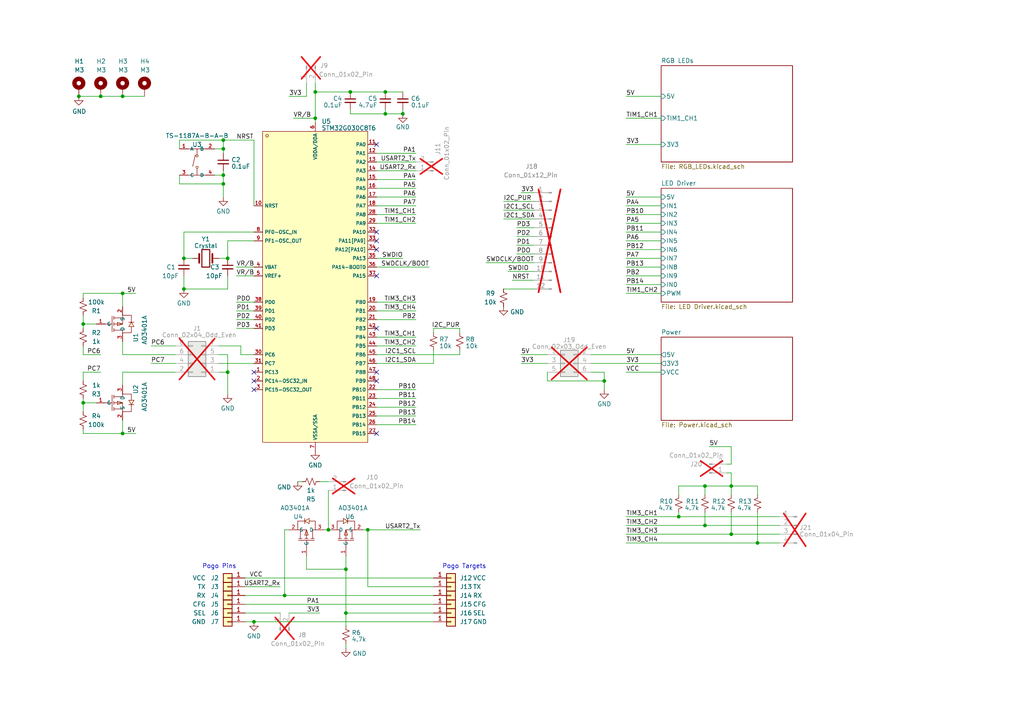
<source format=kicad_sch>
(kicad_sch (version 20230121) (generator eeschema)
  (paper "A4")
  (title_block (title "Retro Display Module") (date "2024-07-30") (rev "V0.01") (comment 1 "Author: Si Teng Wu") (comment 2 "EEE4022S Final Year Project"))
  (lib_symbols
    (symbol "Connector:Conn_01x02_Pin" (pin_names (offset 1.016) hide)
      (property "Reference" "J" (at 0 2.54 0))
      (property "Value" "Conn_01x02_Pin" (at 0 -5.08 0))
      (symbol "Conn_01x02_Pin_1_1"
        (polyline (pts (xy 1.27 -2.54) (xy 0.8636 -2.54)) (stroke (width 0.1524)))
        (polyline (pts (xy 1.27 0) (xy 0.8636 0)) (stroke (width 0.1524)))
        (rectangle (start 0.8636 -2.413) (end 0 -2.667) (stroke (width 0.1524)) (fill (type outline)))
        (rectangle (start 0.8636 0.127) (end 0 -0.127) (stroke (width 0.1524)) (fill (type outline)))
        (pin passive line (at 5.08 0 180) (length 3.81) (name "Pin_1") (number "1"))
        (pin passive line (at 5.08 -2.54 180) (length 3.81) (name "Pin_2") (number "2"))
      )
    )
    (symbol "Connector:Conn_01x04_Pin" (pin_names (offset 1.016) hide)
      (property "Reference" "J" (at 0 5.08 0))
      (property "Value" "Conn_01x04_Pin" (at 0 -7.62 0))
      (symbol "Conn_01x04_Pin_1_1"
        (polyline (pts (xy 1.27 -5.08) (xy 0.8636 -5.08)) (stroke (width 0.1524)))
        (polyline (pts (xy 1.27 -2.54) (xy 0.8636 -2.54)) (stroke (width 0.1524)))
        (polyline (pts (xy 1.27 0) (xy 0.8636 0)) (stroke (width 0.1524)))
        (polyline (pts (xy 1.27 2.54) (xy 0.8636 2.54)) (stroke (width 0.1524)))
        (rectangle (start 0.8636 -4.953) (end 0 -5.207) (stroke (width 0.1524)) (fill (type outline)))
        (rectangle (start 0.8636 -2.413) (end 0 -2.667) (stroke (width 0.1524)) (fill (type outline)))
        (rectangle (start 0.8636 0.127) (end 0 -0.127) (stroke (width 0.1524)) (fill (type outline)))
        (rectangle (start 0.8636 2.667) (end 0 2.413) (stroke (width 0.1524)) (fill (type outline)))
        (pin passive line (at 5.08 2.54 180) (length 3.81) (name "Pin_1") (number "1"))
        (pin passive line (at 5.08 0 180) (length 3.81) (name "Pin_2") (number "2"))
        (pin passive line (at 5.08 -2.54 180) (length 3.81) (name "Pin_3") (number "3"))
        (pin passive line (at 5.08 -5.08 180) (length 3.81) (name "Pin_4") (number "4"))
      )
    )
    (symbol "Connector:Conn_01x12_Pin" (pin_names (offset 1.016) hide)
      (property "Reference" "J" (at 0 15.24 0))
      (property "Value" "Conn_01x12_Pin" (at 0 -17.78 0))
      (symbol "Conn_01x12_Pin_1_1"
        (polyline (pts (xy 1.27 -15.24) (xy 0.8636 -15.24)) (stroke (width 0.1524)))
        (polyline (pts (xy 1.27 -12.7) (xy 0.8636 -12.7)) (stroke (width 0.1524)))
        (polyline (pts (xy 1.27 -10.16) (xy 0.8636 -10.16)) (stroke (width 0.1524)))
        (polyline (pts (xy 1.27 -7.62) (xy 0.8636 -7.62)) (stroke (width 0.1524)))
        (polyline (pts (xy 1.27 -5.08) (xy 0.8636 -5.08)) (stroke (width 0.1524)))
        (polyline (pts (xy 1.27 -2.54) (xy 0.8636 -2.54)) (stroke (width 0.1524)))
        (polyline (pts (xy 1.27 0) (xy 0.8636 0)) (stroke (width 0.1524)))
        (polyline (pts (xy 1.27 2.54) (xy 0.8636 2.54)) (stroke (width 0.1524)))
        (polyline (pts (xy 1.27 5.08) (xy 0.8636 5.08)) (stroke (width 0.1524)))
        (polyline (pts (xy 1.27 7.62) (xy 0.8636 7.62)) (stroke (width 0.1524)))
        (polyline (pts (xy 1.27 10.16) (xy 0.8636 10.16)) (stroke (width 0.1524)))
        (polyline (pts (xy 1.27 12.7) (xy 0.8636 12.7)) (stroke (width 0.1524)))
        (rectangle (start 0.8636 -15.113) (end 0 -15.367) (stroke (width 0.1524)) (fill (type outline)))
        (rectangle (start 0.8636 -12.573) (end 0 -12.827) (stroke (width 0.1524)) (fill (type outline)))
        (rectangle (start 0.8636 -10.033) (end 0 -10.287) (stroke (width 0.1524)) (fill (type outline)))
        (rectangle (start 0.8636 -7.493) (end 0 -7.747) (stroke (width 0.1524)) (fill (type outline)))
        (rectangle (start 0.8636 -4.953) (end 0 -5.207) (stroke (width 0.1524)) (fill (type outline)))
        (rectangle (start 0.8636 -2.413) (end 0 -2.667) (stroke (width 0.1524)) (fill (type outline)))
        (rectangle (start 0.8636 0.127) (end 0 -0.127) (stroke (width 0.1524)) (fill (type outline)))
        (rectangle (start 0.8636 2.667) (end 0 2.413) (stroke (width 0.1524)) (fill (type outline)))
        (rectangle (start 0.8636 5.207) (end 0 4.953) (stroke (width 0.1524)) (fill (type outline)))
        (rectangle (start 0.8636 7.747) (end 0 7.493) (stroke (width 0.1524)) (fill (type outline)))
        (rectangle (start 0.8636 10.287) (end 0 10.033) (stroke (width 0.1524)) (fill (type outline)))
        (rectangle (start 0.8636 12.827) (end 0 12.573) (stroke (width 0.1524)) (fill (type outline)))
        (pin passive line (at 5.08 12.7 180) (length 3.81) (name "Pin_1") (number "1"))
        (pin passive line (at 5.08 -10.16 180) (length 3.81) (name "Pin_10") (number "10"))
        (pin passive line (at 5.08 -12.7 180) (length 3.81) (name "Pin_11") (number "11"))
        (pin passive line (at 5.08 -15.24 180) (length 3.81) (name "Pin_12") (number "12"))
        (pin passive line (at 5.08 10.16 180) (length 3.81) (name "Pin_2") (number "2"))
        (pin passive line (at 5.08 7.62 180) (length 3.81) (name "Pin_3") (number "3"))
        (pin passive line (at 5.08 5.08 180) (length 3.81) (name "Pin_4") (number "4"))
        (pin passive line (at 5.08 2.54 180) (length 3.81) (name "Pin_5") (number "5"))
        (pin passive line (at 5.08 0 180) (length 3.81) (name "Pin_6") (number "6"))
        (pin passive line (at 5.08 -2.54 180) (length 3.81) (name "Pin_7") (number "7"))
        (pin passive line (at 5.08 -5.08 180) (length 3.81) (name "Pin_8") (number "8"))
        (pin passive line (at 5.08 -7.62 180) (length 3.81) (name "Pin_9") (number "9"))
      )
    )
    (symbol "Connector_Generic:Conn_01x01" (pin_names (offset 1.016) hide)
      (property "Reference" "J" (at 0 2.54 0))
      (property "Value" "Conn_01x01" (at 0 -2.54 0))
      (symbol "Conn_01x01_1_1"
        (rectangle (start -1.27 0.127) (end 0 -0.127) (stroke (width 0.1524)))
        (rectangle (start -1.27 1.27) (end 1.27 -1.27) (stroke (width 0.254)) (fill (type background)))
        (pin passive line (at -5.08 0 0) (length 3.81) (name "Pin_1") (number "1"))
      )
    )
    (symbol "Connector_Generic:Conn_02x03_Odd_Even" (pin_names (offset 1.016) hide)
      (property "Reference" "J" (at 1.27 5.08 0))
      (property "Value" "Conn_02x03_Odd_Even" (at 1.27 -5.08 0))
      (symbol "Conn_02x03_Odd_Even_1_1"
        (rectangle (start -1.27 -2.413) (end 0 -2.667) (stroke (width 0.1524)))
        (rectangle (start -1.27 0.127) (end 0 -0.127) (stroke (width 0.1524)))
        (rectangle (start -1.27 2.667) (end 0 2.413) (stroke (width 0.1524)))
        (rectangle (start -1.27 3.81) (end 3.81 -3.81) (stroke (width 0.254)) (fill (type background)))
        (rectangle (start 3.81 -2.413) (end 2.54 -2.667) (stroke (width 0.1524)))
        (rectangle (start 3.81 0.127) (end 2.54 -0.127) (stroke (width 0.1524)))
        (rectangle (start 3.81 2.667) (end 2.54 2.413) (stroke (width 0.1524)))
        (pin passive line (at -5.08 2.54 0) (length 3.81) (name "Pin_1") (number "1"))
        (pin passive line (at 7.62 2.54 180) (length 3.81) (name "Pin_2") (number "2"))
        (pin passive line (at -5.08 0 0) (length 3.81) (name "Pin_3") (number "3"))
        (pin passive line (at 7.62 0 180) (length 3.81) (name "Pin_4") (number "4"))
        (pin passive line (at -5.08 -2.54 0) (length 3.81) (name "Pin_5") (number "5"))
        (pin passive line (at 7.62 -2.54 180) (length 3.81) (name "Pin_6") (number "6"))
      )
    )
    (symbol "Connector_Generic:Conn_02x04_Odd_Even" (pin_names (offset 1.016) hide)
      (property "Reference" "J" (at 1.27 5.08 0))
      (property "Value" "Conn_02x04_Odd_Even" (at 1.27 -7.62 0))
      (symbol "Conn_02x04_Odd_Even_1_1"
        (rectangle (start -1.27 -4.953) (end 0 -5.207) (stroke (width 0.1524)))
        (rectangle (start -1.27 -2.413) (end 0 -2.667) (stroke (width 0.1524)))
        (rectangle (start -1.27 0.127) (end 0 -0.127) (stroke (width 0.1524)))
        (rectangle (start -1.27 2.667) (end 0 2.413) (stroke (width 0.1524)))
        (rectangle (start -1.27 3.81) (end 3.81 -6.35) (stroke (width 0.254)) (fill (type background)))
        (rectangle (start 3.81 -4.953) (end 2.54 -5.207) (stroke (width 0.1524)))
        (rectangle (start 3.81 -2.413) (end 2.54 -2.667) (stroke (width 0.1524)))
        (rectangle (start 3.81 0.127) (end 2.54 -0.127) (stroke (width 0.1524)))
        (rectangle (start 3.81 2.667) (end 2.54 2.413) (stroke (width 0.1524)))
        (pin passive line (at -5.08 2.54 0) (length 3.81) (name "Pin_1") (number "1"))
        (pin passive line (at 7.62 2.54 180) (length 3.81) (name "Pin_2") (number "2"))
        (pin passive line (at -5.08 0 0) (length 3.81) (name "Pin_3") (number "3"))
        (pin passive line (at 7.62 0 180) (length 3.81) (name "Pin_4") (number "4"))
        (pin passive line (at -5.08 -2.54 0) (length 3.81) (name "Pin_5") (number "5"))
        (pin passive line (at 7.62 -2.54 180) (length 3.81) (name "Pin_6") (number "6"))
        (pin passive line (at -5.08 -5.08 0) (length 3.81) (name "Pin_7") (number "7"))
        (pin passive line (at 7.62 -5.08 180) (length 3.81) (name "Pin_8") (number "8"))
      )
    )
    (symbol "Device:C_Small" (pin_numbers hide) (pin_names (offset 0.254) hide)
      (property "Reference" "C" (at 0.254 1.778 0))
      (property "Value" "C_Small" (at 0.254 -2.032 0))
      (symbol "C_Small_0_1"
        (polyline (pts (xy -1.524 -0.508) (xy 1.524 -0.508)) (stroke (width 0.3302)))
        (polyline (pts (xy -1.524 0.508) (xy 1.524 0.508)) (stroke (width 0.3048)))
      )
      (symbol "C_Small_1_1"
        (pin passive line (at 0 2.54 270) (length 2.032) (name "~") (number "1"))
        (pin passive line (at 0 -2.54 90) (length 2.032) (name "~") (number "2"))
      )
    )
    (symbol "Device:Crystal" (pin_numbers hide) (pin_names (offset 1.016) hide)
      (property "Reference" "Y" (at 0 3.81 0))
      (property "Value" "Crystal" (at 0 -3.81 0))
      (symbol "Crystal_0_1"
        (rectangle (start -1.143 2.54) (end 1.143 -2.54) (stroke (width 0.3048)))
        (polyline (pts (xy -2.54 0) (xy -1.905 0)))
        (polyline (pts (xy -1.905 -1.27) (xy -1.905 1.27)) (stroke (width 0.508)))
        (polyline (pts (xy 1.905 -1.27) (xy 1.905 1.27)) (stroke (width 0.508)))
        (polyline (pts (xy 2.54 0) (xy 1.905 0)))
      )
      (symbol "Crystal_1_1"
        (pin passive line (at -3.81 0 0) (length 1.27) (name "1") (number "1"))
        (pin passive line (at 3.81 0 180) (length 1.27) (name "2") (number "2"))
      )
    )
    (symbol "Device:R_Small_US" (pin_numbers hide) (pin_names (offset 0.254) hide)
      (property "Reference" "R" (at 0.762 0.508 0))
      (property "Value" "R_Small_US" (at 0.762 -1.016 0))
      (symbol "R_Small_US_1_1"
        (polyline (pts (xy 0 0) (xy 1.016 -0.381) (xy 0 -0.762) (xy -1.016 -1.143) (xy 0 -1.524)))
        (polyline (pts (xy 0 1.524) (xy 1.016 1.143) (xy 0 0.762) (xy -1.016 0.381) (xy 0 0)))
        (pin passive line (at 0 2.54 270) (length 1.016) (name "~") (number "1"))
        (pin passive line (at 0 -2.54 90) (length 1.016) (name "~") (number "2"))
      )
    )
    (symbol "EEE4022S:AO3401A"
      (property "Reference" "U" (at 0 1.27 0))
      (property "Value" "AO3401A" (at 0 -2.54 0))
      (symbol "AO3401A_0_1"
        (polyline (pts (xy -2.54 0) (xy -0.508 0)))
        (polyline (pts (xy -0.508 2.286) (xy -0.508 -2.286)))
        (polyline (pts (xy 0 -2.286) (xy 0 -1.27)))
        (polyline (pts (xy 0 -0.508) (xy 0 0.508)))
        (polyline (pts (xy 0 1.27) (xy 0 2.286)))
        (polyline (pts (xy 2.54 -1.778) (xy 0 -1.778)))
        (polyline (pts (xy 2.54 1.778) (xy 0 1.778)))
        (polyline (pts (xy 0 0) (xy 2.54 0) (xy 2.54 -2.54)))
        (polyline (pts (xy 2.54 -2.54) (xy 5.08 -2.54) (xy 5.08 -0.508)))
        (polyline (pts (xy 2.54 0) (xy 1.016 0.508) (xy 1.016 -0.508) (xy 2.54 0)) (fill (type background)))
        (polyline (pts (xy 2.54 1.778) (xy 2.54 2.54) (xy 5.08 2.54) (xy 5.08 0.762)))
        (polyline (pts (xy 5.08 -0.508) (xy 5.842 0.762) (xy 4.318 0.762) (xy 5.08 -0.508)) (fill (type background)))
        (polyline (pts (xy 5.842 -0.508) (xy 5.588 -0.508) (xy 4.572 -0.508) (xy 4.318 -0.508)))
        (pin unspecified line (at -5.08 0 0) (length 2.54) (name "G") (number "1"))
        (pin unspecified line (at 2.54 -5.08 90) (length 2.54) (name "S") (number "2"))
        (pin unspecified line (at 2.54 5.08 270) (length 2.54) (name "D") (number "3"))
      )
    )
    (symbol "EEE4022S:STM32G030C8T6"
      (property "Reference" "U1" (at 1.8209 48.603 0))
      (property "Value" "STM32G030C8T6" (at 1.8209 46.682 0))
      (symbol "STM32G030C8T6_0_1"
        (rectangle (start -15.24 45.72) (end 15.24 -44.45) (fill (type background)))
        (circle (center -13.97 44.45) (radius 0.381) (fill (type background)))
        (pin unspecified line (at -17.78 -24.13 0) (length 2.54) (name "PC13") (number "1"))
        (pin unspecified line (at -17.78 24.13 0) (length 2.54) (name "NRST") (number "10"))
        (pin unspecified line (at 17.78 41.91 180) (length 2.54) (name "PA0") (number "11"))
        (pin unspecified line (at 17.78 39.37 180) (length 2.54) (name "PA1") (number "12"))
        (pin unspecified line (at 17.78 36.83 180) (length 2.54) (name "PA2") (number "13"))
        (pin unspecified line (at 17.78 34.29 180) (length 2.54) (name "PA3") (number "14"))
        (pin unspecified line (at 17.78 31.75 180) (length 2.54) (name "PA4") (number "15"))
        (pin unspecified line (at 17.78 29.21 180) (length 2.54) (name "PA5") (number "16"))
        (pin unspecified line (at 17.78 26.67 180) (length 2.54) (name "PA6") (number "17"))
        (pin unspecified line (at 17.78 24.13 180) (length 2.54) (name "PA7") (number "18"))
        (pin unspecified line (at 17.78 -3.81 180) (length 2.54) (name "PB0") (number "19"))
        (pin unspecified line (at -17.78 -26.67 0) (length 2.54) (name "PC14-OSC32_IN") (number "2"))
        (pin unspecified line (at 17.78 -6.35 180) (length 2.54) (name "PB1") (number "20"))
        (pin unspecified line (at 17.78 -8.89 180) (length 2.54) (name "PB2") (number "21"))
        (pin unspecified line (at 17.78 -29.21 180) (length 2.54) (name "PB10") (number "22"))
        (pin unspecified line (at 17.78 -31.75 180) (length 2.54) (name "PB11") (number "23"))
        (pin unspecified line (at 17.78 -34.29 180) (length 2.54) (name "PB12") (number "24"))
        (pin unspecified line (at 17.78 -36.83 180) (length 2.54) (name "PB13") (number "25"))
        (pin unspecified line (at 17.78 -39.37 180) (length 2.54) (name "PB14") (number "26"))
        (pin unspecified line (at 17.78 -41.91 180) (length 2.54) (name "PB15") (number "27"))
        (pin unspecified line (at 17.78 21.59 180) (length 2.54) (name "PA8") (number "28"))
        (pin unspecified line (at 17.78 19.05 180) (length 2.54) (name "PA9") (number "29"))
        (pin unspecified line (at -17.78 -29.21 0) (length 2.54) (name "PC15-OSC32_OUT") (number "3"))
        (pin unspecified line (at -17.78 -19.05 0) (length 2.54) (name "PC6") (number "30"))
        (pin unspecified line (at -17.78 -21.59 0) (length 2.54) (name "PC7") (number "31"))
        (pin unspecified line (at 17.78 16.51 180) (length 2.54) (name "PA10") (number "32"))
        (pin unspecified line (at 17.78 13.97 180) (length 2.54) (name "PA11[PA9]") (number "33"))
        (pin unspecified line (at 17.78 11.43 180) (length 2.54) (name "PA12[PA10]") (number "34"))
        (pin unspecified line (at 17.78 8.89 180) (length 2.54) (name "PA13") (number "35"))
        (pin unspecified line (at 17.78 6.35 180) (length 2.54) (name "PA14-BOOT0") (number "36"))
        (pin unspecified line (at 17.78 3.81 180) (length 2.54) (name "PA15") (number "37"))
        (pin unspecified line (at -17.78 -3.81 0) (length 2.54) (name "PD0") (number "38"))
        (pin unspecified line (at -17.78 -6.35 0) (length 2.54) (name "PD1") (number "39"))
        (pin unspecified line (at -17.78 6.35 0) (length 2.54) (name "VBAT") (number "4"))
        (pin unspecified line (at -17.78 -8.89 0) (length 2.54) (name "PD2") (number "40"))
        (pin unspecified line (at -17.78 -11.43 0) (length 2.54) (name "PD3") (number "41"))
        (pin unspecified line (at 17.78 -11.43 180) (length 2.54) (name "PB3") (number "42"))
        (pin unspecified line (at 17.78 -13.97 180) (length 2.54) (name "PB4") (number "43"))
        (pin unspecified line (at 17.78 -16.51 180) (length 2.54) (name "PB5") (number "44"))
        (pin unspecified line (at 17.78 -19.05 180) (length 2.54) (name "PB6") (number "45"))
        (pin unspecified line (at 17.78 -21.59 180) (length 2.54) (name "PB7") (number "46"))
        (pin unspecified line (at 17.78 -24.13 180) (length 2.54) (name "PB8") (number "47"))
        (pin unspecified line (at 17.78 -26.67 180) (length 2.54) (name "PB9") (number "48"))
        (pin unspecified line (at -17.78 3.81 0) (length 2.54) (name "VREF+") (number "5"))
        (pin unspecified line (at 0 48.26 270) (length 2.54) (name "VDDA/DDA") (number "6"))
        (pin unspecified line (at 0 -46.99 90) (length 2.54) (name "VSSA/SSA") (number "7"))
        (pin unspecified line (at -17.78 16.51 0) (length 2.54) (name "PF0-OSC_IN") (number "8"))
        (pin unspecified line (at -17.78 13.97 0) (length 2.54) (name "PF1-OSC_OUT") (number "9"))
      )
    )
    (symbol "EEE4022S:TS-1187A-B-A-B"
      (property "Reference" "U" (at 0 1.27 0))
      (property "Value" "TS-1187A-B-A-B" (at 0 -2.54 0))
      (symbol "TS-1187A-B-A-B_0_1"
        (circle (center 0 -2.794) (radius 0.3175) (fill (type background)))
        (polyline (pts (xy -2.54 -5.08) (xy 2.54 -5.08)))
        (polyline (pts (xy -2.54 2.54) (xy 2.54 2.54)))
        (polyline (pts (xy -0.508 0.762) (xy -1.27 -2.54)))
        (polyline (pts (xy 0 -3.302) (xy 0 -5.08)))
        (polyline (pts (xy 0 0.762) (xy 0 2.54)))
        (circle (center 0 0.508) (radius 0.3175) (fill (type background)))
        (pin unspecified line (at -5.08 2.54 0) (length 2.54) (name "A") (number "1"))
        (pin unspecified line (at 5.08 2.54 180) (length 2.54) (name "B") (number "2"))
        (pin unspecified line (at -5.08 -5.08 0) (length 2.54) (name "C") (number "3"))
        (pin unspecified line (at 5.08 -5.08 180) (length 2.54) (name "D") (number "4"))
      )
    )
    (symbol "Mechanical:MountingHole_Pad" (pin_numbers hide) (pin_names (offset 1.016) hide)
      (property "Reference" "H" (at 0 6.35 0))
      (property "Value" "MountingHole_Pad" (at 0 4.445 0))
      (symbol "MountingHole_Pad_0_1"
        (circle (center 0 1.27) (radius 1.27) (stroke (width 1.27)))
      )
      (symbol "MountingHole_Pad_1_1"
        (pin input line (at 0 -2.54 90) (length 2.54) (name "1") (number "1"))
      )
    )
    (symbol "power:GND" (power) (pin_names (offset 0))
      (property "Value" "GND" (at 0 -3.81 0))
      (symbol "GND_0_1"
        (polyline (pts (xy 0 0) (xy 0 -1.27) (xy 1.27 -1.27) (xy 0 -2.54) (xy -1.27 -1.27) (xy 0 -1.27)))
      )
      (symbol "GND_1_1"
        (pin power_in line (at 0 0 270) (length 0) hide (name "GND") (number "1"))
      )
    )
  )
  (junction (at 35.56 85.09))
  (junction (at 64.77 40.64))
  (junction (at 175.26 110.49))
  (junction (at 53.34 83.82))
  (junction (at 22.86 27.94))
  (junction (at 53.34 74.93))
  (junction (at 204.47 152.4))
  (junction (at 29.21 27.94))
  (junction (at 35.56 125.73))
  (junction (at 101.6 26.67))
  (junction (at 64.77 43.18))
  (junction (at 100.33 165.1))
  (junction (at 91.44 26.67))
  (junction (at 73.66 180.34))
  (junction (at 204.47 140.97))
  (junction (at 82.55 172.72))
  (junction (at 95.25 153.67))
  (junction (at 196.85 149.86))
  (junction (at 64.77 50.8))
  (junction (at 111.76 26.67))
  (junction (at 64.77 53.34))
  (junction (at 106.68 153.67))
  (junction (at 212.09 154.94))
  (junction (at 24.13 93.98))
  (junction (at 111.76 33.02))
  (junction (at 35.56 27.94))
  (junction (at 219.71 157.48))
  (junction (at 116.84 33.02))
  (junction (at 91.44 34.29))
  (junction (at 24.13 116.84))
  (junction (at 66.04 74.93))
  (junction (at 212.09 140.97))
  (junction (at 66.04 107.95))
  (junction (at 100.33 177.8))
  (no_connect (at 109.22 95.25))
  (no_connect (at 73.66 113.03))
  (no_connect (at 73.66 107.95))
  (no_connect (at 109.22 80.01))
  (no_connect (at 109.22 107.95))
  (no_connect (at 109.22 41.91))
  (no_connect (at 109.22 69.85))
  (no_connect (at 109.22 72.39))
  (no_connect (at 109.22 110.49))
  (no_connect (at 109.22 67.31))
  (no_connect (at 109.22 125.73))
  (no_connect (at 73.66 110.49))
  (wire (pts (xy 181.61 27.94) (xy 191.77 27.94)))
  (wire (pts (xy 100.33 177.8) (xy 100.33 165.1)))
  (wire (pts (xy 109.22 92.71) (xy 120.65 92.71)))
  (wire (pts (xy 111.76 31.75) (xy 111.76 33.02)))
  (wire (pts (xy 171.45 105.41) (xy 191.77 105.41)))
  (wire (pts (xy 106.68 153.67) (xy 106.68 170.18)))
  (wire (pts (xy 109.22 100.33) (xy 120.65 100.33)))
  (wire (pts (xy 109.22 44.45) (xy 120.65 44.45)))
  (wire (pts (xy 109.22 87.63) (xy 120.65 87.63)))
  (wire (pts (xy 111.76 26.67) (xy 116.84 26.67)))
  (wire (pts (xy 22.86 27.94) (xy 29.21 27.94)))
  (wire (pts (xy 85.09 34.29) (xy 91.44 34.29)))
  (wire (pts (xy 69.85 100.33) (xy 63.5 100.33)))
  (wire (pts (xy 91.44 26.67) (xy 101.6 26.67)))
  (wire (pts (xy 35.56 85.09) (xy 35.56 88.9)))
  (wire (pts (xy 24.13 107.95) (xy 29.21 107.95)))
  (wire (pts (xy 133.35 95.25) (xy 133.35 96.52)))
  (wire (pts (xy 212.09 134.62) (xy 210.82 134.62)))
  (wire (pts (xy 64.77 49.53) (xy 64.77 50.8)))
  (wire (pts (xy 146.05 60.96) (xy 154.94 60.96)))
  (wire (pts (xy 181.61 154.94) (xy 212.09 154.94)))
  (wire (pts (xy 100.33 177.8) (xy 125.73 177.8)))
  (wire (pts (xy 204.47 140.97) (xy 212.09 140.97)))
  (wire (pts (xy 24.13 119.38) (xy 24.13 116.84)))
  (wire (pts (xy 95.25 139.7) (xy 92.71 139.7)))
  (wire (pts (xy 43.815 100.33) (xy 50.8 100.33)))
  (wire (pts (xy 175.26 110.49) (xy 175.26 107.95)))
  (wire (pts (xy 181.61 62.23) (xy 191.77 62.23)))
  (wire (pts (xy 68.58 87.63) (xy 73.66 87.63)))
  (wire (pts (xy 181.61 74.93) (xy 191.77 74.93)))
  (wire (pts (xy 146.05 83.82) (xy 154.94 83.82)))
  (wire (pts (xy 158.75 107.95) (xy 158.75 110.49)))
  (wire (pts (xy 205.74 129.54) (xy 212.09 129.54)))
  (wire (pts (xy 73.66 180.34) (xy 125.73 180.34)))
  (wire (pts (xy 204.47 148.59) (xy 204.47 152.4)))
  (wire (pts (xy 109.22 113.03) (xy 120.65 113.03)))
  (wire (pts (xy 88.9 165.1) (xy 88.9 161.29)))
  (wire (pts (xy 66.04 74.93) (xy 66.04 69.85)))
  (wire (pts (xy 109.22 57.15) (xy 120.65 57.15)))
  (wire (pts (xy 64.77 53.34) (xy 64.77 57.15)))
  (wire (pts (xy 181.61 34.29) (xy 191.77 34.29)))
  (wire (pts (xy 52.07 50.8) (xy 52.07 53.34)))
  (wire (pts (xy 121.92 153.67) (xy 106.68 153.67)))
  (wire (pts (xy 109.22 123.19) (xy 120.65 123.19)))
  (wire (pts (xy 109.22 74.93) (xy 116.84 74.93)))
  (wire (pts (xy 106.68 153.67) (xy 105.41 153.67)))
  (wire (pts (xy 35.56 111.76) (xy 35.56 107.95)))
  (wire (pts (xy 181.61 59.69) (xy 191.77 59.69)))
  (wire (pts (xy 109.22 102.87) (xy 133.35 102.87)))
  (wire (pts (xy 35.56 125.73) (xy 24.13 125.73)))
  (wire (pts (xy 151.13 105.41) (xy 158.75 105.41)))
  (wire (pts (xy 191.77 107.95) (xy 181.61 107.95)))
  (wire (pts (xy 212.09 137.16) (xy 212.09 140.97)))
  (wire (pts (xy 52.07 53.34) (xy 64.77 53.34)))
  (wire (pts (xy 35.56 85.09) (xy 24.13 85.09)))
  (wire (pts (xy 87.63 139.7) (xy 86.36 139.7)))
  (wire (pts (xy 148.59 81.28) (xy 154.94 81.28)))
  (wire (pts (xy 100.33 186.69) (xy 100.33 187.96)))
  (wire (pts (xy 53.34 83.82) (xy 66.04 83.82)))
  (wire (pts (xy 68.58 90.17) (xy 73.66 90.17)))
  (wire (pts (xy 64.77 40.64) (xy 52.07 40.64)))
  (wire (pts (xy 66.04 107.95) (xy 63.5 107.95)))
  (wire (pts (xy 116.84 31.75) (xy 116.84 33.02)))
  (wire (pts (xy 109.22 46.99) (xy 120.65 46.99)))
  (wire (pts (xy 158.75 110.49) (xy 175.26 110.49)))
  (wire (pts (xy 109.22 97.79) (xy 120.65 97.79)))
  (wire (pts (xy 53.34 74.93) (xy 55.88 74.93)))
  (wire (pts (xy 181.61 85.09) (xy 191.77 85.09)))
  (wire (pts (xy 69.85 102.87) (xy 69.85 100.33)))
  (wire (pts (xy 181.61 72.39) (xy 191.77 72.39)))
  (wire (pts (xy 73.66 95.25) (xy 68.58 95.25)))
  (wire (pts (xy 24.13 102.87) (xy 29.21 102.87)))
  (wire (pts (xy 100.33 165.1) (xy 100.33 161.29)))
  (wire (pts (xy 63.5 105.41) (xy 73.66 105.41)))
  (wire (pts (xy 68.58 77.47) (xy 73.66 77.47)))
  (wire (pts (xy 63.5 74.93) (xy 66.04 74.93)))
  (wire (pts (xy 147.32 78.74) (xy 154.94 78.74)))
  (wire (pts (xy 100.33 165.1) (xy 88.9 165.1)))
  (wire (pts (xy 24.13 85.09) (xy 24.13 86.36)))
  (wire (pts (xy 64.77 40.64) (xy 73.66 40.64)))
  (wire (pts (xy 171.45 102.87) (xy 191.77 102.87)))
  (wire (pts (xy 91.44 26.67) (xy 91.44 34.29)))
  (wire (pts (xy 35.56 125.73) (xy 35.56 121.92)))
  (wire (pts (xy 181.61 82.55) (xy 191.77 82.55)))
  (wire (pts (xy 109.22 64.77) (xy 120.65 64.77)))
  (wire (pts (xy 66.04 69.85) (xy 73.66 69.85)))
  (wire (pts (xy 71.12 177.8) (xy 81.28 177.8)))
  (wire (pts (xy 83.82 177.8) (xy 92.71 177.8)))
  (wire (pts (xy 149.86 66.04) (xy 154.94 66.04)))
  (wire (pts (xy 204.47 140.97) (xy 204.47 143.51)))
  (wire (pts (xy 204.47 152.4) (xy 226.06 152.4)))
  (wire (pts (xy 109.22 54.61) (xy 120.65 54.61)))
  (wire (pts (xy 71.12 170.18) (xy 81.28 170.18)))
  (wire (pts (xy 68.58 80.01) (xy 73.66 80.01)))
  (wire (pts (xy 109.22 77.47) (xy 124.46 77.47)))
  (wire (pts (xy 88.9 27.94) (xy 88.9 24.13)))
  (wire (pts (xy 181.61 157.48) (xy 219.71 157.48)))
  (wire (pts (xy 73.66 40.64) (xy 73.66 59.69)))
  (wire (pts (xy 71.12 167.64) (xy 125.73 167.64)))
  (wire (pts (xy 106.68 170.18) (xy 125.73 170.18)))
  (wire (pts (xy 71.12 175.26) (xy 125.73 175.26)))
  (wire (pts (xy 35.56 99.06) (xy 35.56 102.87)))
  (wire (pts (xy 109.22 115.57) (xy 120.65 115.57)))
  (wire (pts (xy 171.45 107.95) (xy 175.26 107.95)))
  (wire (pts (xy 212.09 140.97) (xy 219.71 140.97)))
  (wire (pts (xy 146.05 58.42) (xy 154.94 58.42)))
  (wire (pts (xy 109.22 52.07) (xy 120.65 52.07)))
  (wire (pts (xy 181.61 41.91) (xy 191.77 41.91)))
  (wire (pts (xy 212.09 148.59) (xy 212.09 154.94)))
  (wire (pts (xy 66.04 102.87) (xy 63.5 102.87)))
  (wire (pts (xy 35.56 107.95) (xy 50.8 107.95)))
  (wire (pts (xy 35.56 102.87) (xy 50.8 102.87)))
  (wire (pts (xy 82.55 172.72) (xy 125.73 172.72)))
  (wire (pts (xy 62.23 43.18) (xy 64.77 43.18)))
  (wire (pts (xy 66.04 114.3) (xy 66.04 107.95)))
  (wire (pts (xy 53.34 80.01) (xy 53.34 83.82)))
  (wire (pts (xy 24.13 95.25) (xy 24.13 93.98)))
  (wire (pts (xy 43.815 105.41) (xy 50.8 105.41)))
  (wire (pts (xy 73.66 67.31) (xy 53.34 67.31)))
  (wire (pts (xy 149.86 68.58) (xy 154.94 68.58)))
  (wire (pts (xy 95.25 142.24) (xy 95.25 153.67)))
  (wire (pts (xy 27.94 93.98) (xy 24.13 93.98)))
  (wire (pts (xy 29.21 27.94) (xy 35.56 27.94)))
  (wire (pts (xy 66.04 107.95) (xy 66.04 102.87)))
  (wire (pts (xy 109.22 49.53) (xy 120.65 49.53)))
  (wire (pts (xy 82.55 153.67) (xy 82.55 172.72)))
  (wire (pts (xy 219.71 148.59) (xy 219.71 157.48)))
  (wire (pts (xy 125.73 95.25) (xy 133.35 95.25)))
  (wire (pts (xy 212.09 140.97) (xy 212.09 143.51)))
  (wire (pts (xy 71.12 172.72) (xy 82.55 172.72)))
  (wire (pts (xy 52.07 40.64) (xy 52.07 43.18)))
  (wire (pts (xy 101.6 26.67) (xy 111.76 26.67)))
  (wire (pts (xy 146.05 63.5) (xy 154.94 63.5)))
  (wire (pts (xy 154.94 73.66) (xy 149.86 73.66)))
  (wire (pts (xy 219.71 157.48) (xy 226.06 157.48)))
  (wire (pts (xy 24.13 91.44) (xy 24.13 93.98)))
  (wire (pts (xy 212.09 129.54) (xy 212.09 134.62)))
  (wire (pts (xy 68.58 92.71) (xy 73.66 92.71)))
  (wire (pts (xy 181.61 57.15) (xy 191.77 57.15)))
  (wire (pts (xy 125.73 101.6) (xy 125.73 105.41)))
  (wire (pts (xy 196.85 140.97) (xy 204.47 140.97)))
  (wire (pts (xy 151.13 102.87) (xy 158.75 102.87)))
  (wire (pts (xy 109.22 59.69) (xy 120.65 59.69)))
  (wire (pts (xy 109.22 118.11) (xy 120.65 118.11)))
  (wire (pts (xy 64.77 50.8) (xy 64.77 53.34)))
  (wire (pts (xy 133.35 101.6) (xy 133.35 102.87)))
  (wire (pts (xy 83.82 27.94) (xy 88.9 27.94)))
  (wire (pts (xy 196.85 148.59) (xy 196.85 149.86)))
  (wire (pts (xy 181.61 77.47) (xy 191.77 77.47)))
  (wire (pts (xy 120.65 90.17) (xy 109.22 90.17)))
  (wire (pts (xy 212.09 154.94) (xy 226.06 154.94)))
  (wire (pts (xy 109.22 105.41) (xy 125.73 105.41)))
  (wire (pts (xy 24.13 102.87) (xy 24.13 100.33)))
  (wire (pts (xy 181.61 149.86) (xy 196.85 149.86)))
  (wire (pts (xy 196.85 143.51) (xy 196.85 140.97)))
  (wire (pts (xy 109.22 62.23) (xy 120.65 62.23)))
  (wire (pts (xy 181.61 152.4) (xy 204.47 152.4)))
  (wire (pts (xy 109.22 120.65) (xy 120.65 120.65)))
  (wire (pts (xy 53.34 67.31) (xy 53.34 74.93)))
  (wire (pts (xy 140.97 76.2) (xy 154.94 76.2)))
  (wire (pts (xy 181.61 64.77) (xy 191.77 64.77)))
  (wire (pts (xy 181.61 69.85) (xy 191.77 69.85)))
  (wire (pts (xy 196.85 149.86) (xy 226.06 149.86)))
  (wire (pts (xy 116.84 33.02) (xy 111.76 33.02)))
  (wire (pts (xy 62.23 50.8) (xy 64.77 50.8)))
  (wire (pts (xy 24.13 115.57) (xy 24.13 116.84)))
  (wire (pts (xy 64.77 44.45) (xy 64.77 43.18)))
  (wire (pts (xy 219.71 140.97) (xy 219.71 143.51)))
  (wire (pts (xy 71.12 180.34) (xy 73.66 180.34)))
  (wire (pts (xy 82.55 153.67) (xy 83.82 153.67)))
  (wire (pts (xy 101.6 33.02) (xy 111.76 33.02)))
  (wire (pts (xy 181.61 80.01) (xy 191.77 80.01)))
  (wire (pts (xy 64.77 40.64) (xy 64.77 43.18)))
  (wire (pts (xy 125.73 95.25) (xy 125.73 96.52)))
  (wire (pts (xy 24.13 125.73) (xy 24.13 124.46)))
  (wire (pts (xy 27.94 116.84) (xy 24.13 116.84)))
  (wire (pts (xy 93.98 153.67) (xy 95.25 153.67)))
  (wire (pts (xy 91.44 34.29) (xy 91.44 35.56)))
  (wire (pts (xy 212.09 137.16) (xy 210.82 137.16)))
  (wire (pts (xy 66.04 80.01) (xy 66.04 83.82)))
  (wire (pts (xy 24.13 110.49) (xy 24.13 107.95)))
  (wire (pts (xy 149.86 71.12) (xy 154.94 71.12)))
  (wire (pts (xy 100.33 177.8) (xy 100.33 181.61)))
  (wire (pts (xy 39.37 85.09) (xy 35.56 85.09)))
  (wire (pts (xy 101.6 31.75) (xy 101.6 33.02)))
  (wire (pts (xy 39.37 125.73) (xy 35.56 125.73)))
  (wire (pts (xy 35.56 27.94) (xy 41.91 27.94)))
  (wire (pts (xy 181.61 67.31) (xy 191.77 67.31)))
  (wire (pts (xy 175.26 113.03) (xy 175.26 110.49)))
  (wire (pts (xy 151.13 55.88) (xy 154.94 55.88)))
  (wire (pts (xy 73.66 102.87) (xy 69.85 102.87)))
  (wire (pts (xy 91.44 24.13) (xy 91.44 26.67)))
  (text "Pogo Pins" (at 68.58 165.1 0) (effects (font (size 1.27 1.27)) (justify right bottom)))
  (text "Pogo Targets" (at 128.27 165.1 0) (effects (font (size 1.27 1.27)) (justify left bottom)))
  (label "I2C1_SCL" (at 146.05 60.96 0))
  (label "NRST" (at 68.58 40.64 0))
  (label "PD1" (at 149.86 71.12 0))
  (label "SWDCLK{slash}BOOT" (at 140.97 76.2 0))
  (label "3V3" (at 92.71 177.8 180))
  (label "PB12" (at 120.65 118.11 180))
  (label "PC6" (at 29.21 102.87 180))
  (label "PD3" (at 68.58 95.25 0))
  (label "SWDIO" (at 147.32 78.74 0))
  (label "TIM3_CH3" (at 120.65 87.63 180))
  (label "TIM1_CH1" (at 181.61 34.29 0))
  (label "PD2" (at 68.58 92.71 0))
  (label "PA5" (at 120.65 54.61 180))
  (label "PC7" (at 43.815 105.41 0))
  (label "3V3" (at 181.61 41.91 0))
  (label "PB14" (at 181.61 82.55 0))
  (label "PD1" (at 68.58 90.17 0))
  (label "SWDCLK{slash}BOOT" (at 124.46 77.47 180))
  (label "PC6" (at 43.815 100.33 0))
  (label "5V" (at 181.61 102.87 0))
  (label "PDO" (at 68.58 87.63 0))
  (label "VR{slash}B" (at 85.09 34.29 0))
  (label "TIM3_CH4" (at 120.65 90.17 180))
  (label "PB10" (at 181.61 62.23 0))
  (label "VCC" (at 181.61 107.95 0))
  (label "NRST" (at 148.59 81.28 0))
  (label "PB2" (at 120.65 92.71 180))
  (label "PD3" (at 149.86 66.04 0))
  (label "I2C1_SDA" (at 146.05 63.5 0))
  (label "PA6" (at 181.61 69.85 0))
  (label "I2C1_SDA" (at 120.65 105.41 180))
  (label "TIM3_CH4" (at 181.61 157.48 0))
  (label "PA4" (at 181.61 59.69 0))
  (label "TIM1_CH2" (at 181.61 85.09 0))
  (label "TIM3_CH2" (at 120.65 100.33 180))
  (label "5V" (at 181.61 27.94 0))
  (label "PA7" (at 181.61 74.93 0))
  (label "USART2_Rx" (at 81.28 170.18 180))
  (label "5V" (at 39.37 125.73 180))
  (label "PDO" (at 149.86 73.66 0))
  (label "5V" (at 205.74 129.54 0))
  (label "5V" (at 151.13 102.87 0))
  (label "PC7" (at 29.21 107.95 180))
  (label "I2C_PUR" (at 133.35 95.25 180))
  (label "PA1" (at 92.71 175.26 180))
  (label "PD2" (at 149.86 68.58 0))
  (label "SWDIO" (at 116.84 74.93 180))
  (label "TIM3_CH3" (at 181.61 154.94 0))
  (label "PA5" (at 181.61 64.77 0))
  (label "VR{slash}B" (at 68.58 80.01 0))
  (label "USART2_Tx" (at 121.92 153.67 180))
  (label "3V3" (at 83.82 27.94 0))
  (label "VR{slash}B" (at 68.58 77.47 0))
  (label "3V3" (at 151.13 105.41 0))
  (label "TIM3_CH2" (at 181.61 152.4 0))
  (label "PB11" (at 120.65 115.57 180))
  (label "3V3" (at 151.13 55.88 0))
  (label "PB11" (at 181.61 67.31 0))
  (label "TIM3_CH1" (at 120.65 97.79 180))
  (label "USART2_Rx" (at 120.65 49.53 180))
  (label "PA6" (at 120.65 57.15 180))
  (label "PA1" (at 120.65 44.45 180))
  (label "TIM1_CH2" (at 120.65 64.77 180))
  (label "PB12" (at 181.61 72.39 0))
  (label "PB14" (at 120.65 123.19 180))
  (label "TIM1_CH1" (at 120.65 62.23 180))
  (label "PA7" (at 120.65 59.69 180))
  (label "PB2" (at 181.61 80.01 0))
  (label "TIM3_CH1" (at 181.61 149.86 0))
  (label "PB10" (at 120.65 113.03 180))
  (label "PA4" (at 120.65 52.07 180))
  (label "VCC" (at 76.2 167.64 180))
  (label "3V3" (at 181.61 105.41 0))
  (label "PB13" (at 120.65 120.65 180))
  (label "USART2_Tx" (at 120.65 46.99 180))
  (label "I2C1_SCL" (at 120.65 102.87 180))
  (label "I2C_PUR" (at 146.05 58.42 0))
  (label "5V" (at 181.61 57.15 0))
  (label "5V" (at 39.37 85.09 180))
  (label "PB13" (at 181.61 77.47 0))
  (symbol (lib_id "power:GND") (at 66.04 114.3 0) (unit 1)
    (property "Reference" "#PWR04" (effects hide))
    (property "Value" "GND" (at 66.04 118.4355 0))
  )
  (symbol (lib_id "Device:R_Small_US") (at 133.35 99.06 0) (unit 1)
    (property "Reference" "R8" (at 135.001 98.4163 0) (effects (justify left)))
    (property "Value" "10k" (at 135.001 100.3373 0) (effects (justify left)))
    (property "Footprint" "Library:R_0402_1005Metric" (effects hide))
    (property "LCSC" "C25744" (effects hide))
  )
  (symbol (lib_id "Device:R_Small_US") (at 204.47 146.05 0) (mirror y) (unit 1)
    (property "Reference" "R11" (at 202.819 145.4063 0) (effects (justify left)))
    (property "Value" "4.7k" (at 202.819 147.3273 0) (effects (justify left)))
    (property "Footprint" "Resistor_SMD:R_0805_2012Metric" (effects hide))
    (property "LCSC" "C17673" (effects hide))
  )
  (symbol (lib_id "Device:C_Small") (at 111.76 29.21 0) (mirror y) (unit 1)
    (property "Reference" "C5" (at 109.4359 28.5726 0) (effects (justify left)))
    (property "Value" "4.7uF" (at 109.4359 30.4936 0) (effects (justify left)))
    (property "Footprint" "Library:C_0402_1005Metric" (effects hide))
    (property "LCSC" "C23733" (effects hide))
  )
  (symbol (lib_id "Device:C_Small") (at 101.6 29.21 0) (mirror y) (unit 1)
    (property "Reference" "C4" (at 99.2759 28.5726 0) (effects (justify left)))
    (property "Value" "0.1uF" (at 99.2759 30.4936 0) (effects (justify left)))
    (property "Footprint" "Library:C_0402_1005Metric" (effects hide))
    (property "Datasheet" "https://wmsc.lcsc.com/wmsc/upload/file/pdf/v2/lcsc/2304140030_Samsung-Electro-Mechanics-CL05B104KO5NNNC_C1525.pdf" (effects hide))
    (property "LCSC" "C1525" (effects hide))
  )
  (symbol (lib_id "Connector:Conn_01x12_Pin") (at 160.02 68.58 0) (mirror y) (unit 1) (in_bom no) (dnp yes)
    (property "Reference" "J18" (at 152.4 48.26 0) (effects (justify right)))
    (property "Value" "Conn_01x12_Pin" (at 146.05 50.8 0) (effects (justify right)))
    (property "Footprint" "Connector_PinHeader_2.54mm:PinHeader_1x12_P2.54mm_Vertical" (effects hide))
  )
  (symbol (lib_id "Connector_Generic:Conn_01x01") (at 66.04 172.72 0) (mirror y) (unit 1)
    (property "Reference" "J4" (at 63.5 172.72 0) (effects (justify left)))
    (property "Value" "RX" (at 59.69 172.72 0) (effects (justify left)))
    (property "Footprint" "Library:CONN-SMD_YZF0002-38080-02" (effects hide))
    (property "Datasheet" "https://www.lcsc.com/datasheet/lcsc_datasheet_2210191430_Xinyangze-YZF0002-38080-02_C5203987.pdf" (effects hide))
    (property "LCSC" "C5203987" (effects hide))
  )
  (symbol (lib_id "Connector_Generic:Conn_01x01") (at 130.81 175.26 0) (unit 1)
    (property "Reference" "J15" (at 133.35 175.26 0) (effects (justify left)))
    (property "Value" "CFG" (at 137.16 175.26 0) (effects (justify left)))
    (property "Footprint" "Library:CONN-SMD_YZF0002-38080-02" (effects hide))
    (property "Datasheet" "https://www.lcsc.com/datasheet/lcsc_datasheet_2210191430_Xinyangze-YZF0002-38080-02_C5203987.pdf" (effects hide))
    (property "LCSC" "C5203987" (effects hide))
  )
  (symbol (lib_id "Device:R_Small_US") (at 90.17 139.7 270) (unit 1)
    (property "Reference" "R5" (at 90.17 144.78 90))
    (property "Value" "1k" (at 90.17 142.24 90))
    (property "Footprint" "Resistor_SMD:R_0805_2012Metric" (effects hide))
    (property "LCSC" "C17513" (effects hide))
  )
  (symbol (lib_id "Device:R_Small_US") (at 24.13 113.03 180) (unit 1)
    (property "Reference" "R3" (at 27.94 114.3 0))
    (property "Value" "1k" (at 27.94 111.76 0))
    (property "Footprint" "Library:R_0402_1005Metric" (effects hide))
    (property "LCSC" "C11702" (effects hide))
  )
  (symbol (lib_id "Connector:Conn_01x02_Pin") (at 205.74 137.16 0) (mirror x) (unit 1) (dnp yes)
    (property "Reference" "J20" (at 201.93 134.62 0))
    (property "Value" "Conn_01x02_Pin" (at 201.93 132.08 0))
    (property "Footprint" "Connector_PinHeader_2.54mm:PinHeader_1x02_P2.54mm_Vertical" (effects hide))
  )
  (symbol (lib_id "Connector:Conn_01x04_Pin") (at 231.14 152.4 0) (mirror y) (unit 1) (dnp yes)
    (property "Reference" "J21" (at 231.8512 153.0263 0) (effects (justify right)))
    (property "Value" "Conn_01x04_Pin" (at 231.8512 154.9473 0) (effects (justify right)))
    (property "Footprint" "Connector_PinHeader_2.54mm:PinHeader_1x04_P2.54mm_Vertical" (effects hide))
  )
  (symbol (lib_id "Device:R_Small_US") (at 196.85 146.05 0) (mirror y) (unit 1)
    (property "Reference" "R10" (at 195.199 145.4063 0) (effects (justify left)))
    (property "Value" "4.7k" (at 195.199 147.3273 0) (effects (justify left)))
    (property "Footprint" "Resistor_SMD:R_0805_2012Metric" (effects hide))
    (property "LCSC" "C17673" (effects hide))
  )
  (symbol (lib_id "power:GND") (at 53.34 83.82 0) (unit 1)
    (property "Reference" "#PWR02" (effects hide))
    (property "Value" "GND" (at 53.34 87.9555 0))
  )
  (symbol (lib_id "Connector_Generic:Conn_01x01") (at 130.81 167.64 0) (unit 1)
    (property "Reference" "J12" (at 133.35 167.64 0) (effects (justify left)))
    (property "Value" "VCC" (at 137.16 167.64 0) (effects (justify left)))
    (property "Footprint" "Library:CONN-SMD_YZF0002-38080-02" (effects hide))
    (property "Datasheet" "https://www.lcsc.com/datasheet/lcsc_datasheet_2210191430_Xinyangze-YZF0002-38080-02_C5203987.pdf" (effects hide))
    (property "LCSC" "C5203987" (effects hide))
  )
  (symbol (lib_id "Mechanical:MountingHole_Pad") (at 22.86 25.4 0) (unit 1) (in_bom no)
    (property "Reference" "H1" (at 21.59 17.78 0) (effects (justify left)))
    (property "Value" "M3" (at 21.59 20.32 0) (effects (justify left)))
    (property "Footprint" "Library:MountingHole_3.2mm_M3_Pad_TopBottom" (effects hide))
  )
  (symbol (lib_id "power:GND") (at 116.84 33.02 0) (mirror y) (unit 1)
    (property "Reference" "#PWR09" (effects hide))
    (property "Value" "GND" (at 116.84 36.83 0))
  )
  (symbol (lib_id "power:GND") (at 86.36 139.7 0) (mirror y) (unit 1)
    (property "Reference" "#PWR06" (effects hide))
    (property "Value" "GND" (at 84.455 141.2868 0) (effects (justify left)))
  )
  (symbol (lib_id "power:GND") (at 175.26 113.03 0) (unit 1)
    (property "Reference" "#PWR011" (effects hide))
    (property "Value" "GND" (at 175.26 117.1655 0))
  )
  (symbol (lib_id "EEE4022S:AO3401A") (at 33.02 93.98 0) (mirror x) (unit 1)
    (property "Reference" "U1" (at 39.37 96.52 90) (effects (justify left)))
    (property "Value" "AO3401A" (at 41.91 91.44 90) (effects (justify left)))
    (property "Footprint" "Library:SOT-23_L2.9-W1.3-P1.90-LS2.4-BR" (effects hide))
    (property "Datasheet" "https://wmsc.lcsc.com/wmsc/upload/file/pdf/v2/lcsc/1810171817_Alpha---Omega-Semicon-AO3401A_C15127.pdf" (effects hide))
    (property "LCSC" "C15127" (effects hide))
  )
  (symbol (lib_id "Connector_Generic:Conn_01x01") (at 66.04 167.64 0) (mirror y) (unit 1)
    (property "Reference" "J2" (at 63.5 167.64 0) (effects (justify left)))
    (property "Value" "VCC" (at 59.69 167.64 0) (effects (justify left)))
    (property "Footprint" "Library:CONN-SMD_YZF0002-38080-02" (effects hide))
    (property "Datasheet" "https://www.lcsc.com/datasheet/lcsc_datasheet_2210191430_Xinyangze-YZF0002-38080-02_C5203987.pdf" (effects hide))
    (property "LCSC" "C5203987" (effects hide))
  )
  (symbol (lib_id "Connector_Generic:Conn_02x03_Odd_Even") (at 163.83 105.41 0) (unit 1) (in_bom no) (dnp yes)
    (property "Reference" "J19" (at 165.1 98.5901 0))
    (property "Value" "Conn_02x03_Odd_Even" (at 165.1 100.5111 0))
    (property "Footprint" "Connector_PinHeader_2.54mm:PinHeader_2x03_P2.54mm_Vertical" (effects hide))
  )
  (symbol (lib_id "power:GND") (at 146.05 88.9 0) (unit 1)
    (property "Reference" "#PWR010" (effects hide))
    (property "Value" "GND" (at 147.955 90.4868 0) (effects (justify left)))
  )
  (symbol (lib_id "power:GND") (at 91.44 130.81 0) (unit 1)
    (property "Reference" "#PWR07" (effects hide))
    (property "Value" "GND" (at 91.44 134.9455 0))
  )
  (symbol (lib_id "Connector_Generic:Conn_01x01") (at 66.04 170.18 0) (mirror y) (unit 1)
    (property "Reference" "J3" (at 63.5 170.18 0) (effects (justify left)))
    (property "Value" "TX" (at 59.69 170.18 0) (effects (justify left)))
    (property "Footprint" "Library:CONN-SMD_YZF0002-38080-02" (effects hide))
    (property "Datasheet" "https://www.lcsc.com/datasheet/lcsc_datasheet_2210191430_Xinyangze-YZF0002-38080-02_C5203987.pdf" (effects hide))
    (property "LCSC" "C5203987" (effects hide))
  )
  (symbol (lib_id "Connector:Conn_01x02_Pin") (at 81.28 182.88 90) (unit 1) (dnp yes)
    (property "Reference" "J8" (at 87.63 184.15 90))
    (property "Value" "Conn_01x02_Pin" (at 86.36 186.69 90))
    (property "Footprint" "Connector_PinHeader_2.54mm:PinHeader_1x02_P2.54mm_Vertical" (effects hide))
  )
  (symbol (lib_id "Connector_Generic:Conn_01x01") (at 66.04 177.8 0) (mirror y) (unit 1)
    (property "Reference" "J6" (at 63.5 177.8 0) (effects (justify left)))
    (property "Value" "SEL" (at 59.69 177.8 0) (effects (justify left)))
    (property "Footprint" "Library:CONN-SMD_YZF0002-38080-02" (effects hide))
    (property "Datasheet" "https://www.lcsc.com/datasheet/lcsc_datasheet_2210191430_Xinyangze-YZF0002-38080-02_C5203987.pdf" (effects hide))
    (property "LCSC" "C5203987" (effects hide))
  )
  (symbol (lib_id "Connector:Conn_01x02_Pin") (at 88.9 19.05 90) (mirror x) (unit 1) (dnp yes)
    (property "Reference" "J9" (at 93.98 19.05 90))
    (property "Value" "Conn_01x02_Pin" (at 100.33 21.59 90))
    (property "Footprint" "Connector_PinHeader_2.54mm:PinHeader_1x02_P2.54mm_Vertical" (effects hide))
  )
  (symbol (lib_id "Device:C_Small") (at 53.34 77.47 0) (unit 1)
    (property "Reference" "C1" (at 48.26 77.47 0) (effects (justify left)))
    (property "Value" "10pF" (at 46.99 80.01 0) (effects (justify left)))
    (property "Footprint" "Library:C_0402_1005Metric" (effects hide))
    (property "Datasheet" "https://wmsc.lcsc.com/wmsc/upload/file/pdf/v2/lcsc/2304140030_Samsung-Electro-Mechanics-CL05B104KO5NNNC_C1525.pdf" (effects hide))
    (property "LCSC" "C32949" (effects hide))
  )
  (symbol (lib_id "power:GND") (at 64.77 57.15 0) (unit 1)
    (property "Reference" "#PWR03" (effects hide))
    (property "Value" "GND" (at 64.77 61.2855 0))
  )
  (symbol (lib_id "Connector_Generic:Conn_01x01") (at 66.04 175.26 0) (mirror y) (unit 1)
    (property "Reference" "J5" (at 63.5 175.26 0) (effects (justify left)))
    (property "Value" "CFG" (at 59.69 175.26 0) (effects (justify left)))
    (property "Footprint" "Library:CONN-SMD_YZF0002-38080-02" (effects hide))
    (property "Datasheet" "https://www.lcsc.com/datasheet/lcsc_datasheet_2210191430_Xinyangze-YZF0002-38080-02_C5203987.pdf" (effects hide))
    (property "LCSC" "C5203987" (effects hide))
  )
  (symbol (lib_id "Mechanical:MountingHole_Pad") (at 35.56 25.4 0) (unit 1) (in_bom no)
    (property "Reference" "H3" (at 34.29 17.78 0) (effects (justify left)))
    (property "Value" "M3" (at 34.29 20.32 0) (effects (justify left)))
    (property "Footprint" "Library:MountingHole_3.2mm_M3_Pad_TopBottom" (effects hide))
  )
  (symbol (lib_id "Connector_Generic:Conn_01x01") (at 130.81 180.34 0) (unit 1)
    (property "Reference" "J17" (at 133.35 180.34 0) (effects (justify left)))
    (property "Value" "GND" (at 137.16 180.34 0) (effects (justify left)))
    (property "Footprint" "Library:CONN-SMD_YZF0002-38080-02" (effects hide))
    (property "Datasheet" "https://www.lcsc.com/datasheet/lcsc_datasheet_2210191430_Xinyangze-YZF0002-38080-02_C5203987.pdf" (effects hide))
    (property "LCSC" "C5203987" (effects hide))
  )
  (symbol (lib_id "power:GND") (at 22.86 27.94 0) (unit 1)
    (property "Reference" "#PWR01" (effects hide))
    (property "Value" "GND" (at 22.987 32.3342 0))
  )
  (symbol (lib_id "Connector_Generic:Conn_01x01") (at 130.81 177.8 0) (unit 1)
    (property "Reference" "J16" (at 133.35 177.8 0) (effects (justify left)))
    (property "Value" "SEL" (at 137.16 177.8 0) (effects (justify left)))
    (property "Footprint" "Library:CONN-SMD_YZF0002-38080-02" (effects hide))
    (property "Datasheet" "https://www.lcsc.com/datasheet/lcsc_datasheet_2210191430_Xinyangze-YZF0002-38080-02_C5203987.pdf" (effects hide))
    (property "LCSC" "C5203987" (effects hide))
  )
  (symbol (lib_id "Device:Crystal") (at 59.69 74.93 0) (unit 1)
    (property "Reference" "Y1" (at 59.69 69.3547 0))
    (property "Value" "Crystal" (at 59.69 71.2757 0))
    (property "Footprint" "Library:CRYSTAL-SMD_L11.5-W4.8-LS12.7" (effects hide))
    (property "LCSC" "C12674" (effects hide))
  )
  (symbol (lib_id "EEE4022S:AO3401A") (at 100.33 156.21 90) (unit 1)
    (property "Reference" "U6" (at 102.87 149.86 90) (effects (justify left)))
    (property "Value" "AO3401A" (at 106.68 147.32 90) (effects (justify left)))
    (property "Footprint" "Library:SOT-23_L2.9-W1.3-P1.90-LS2.4-BR" (effects hide))
    (property "Datasheet" "https://wmsc.lcsc.com/wmsc/upload/file/pdf/v2/lcsc/1810171817_Alpha---Omega-Semicon-AO3401A_C15127.pdf" (effects hide))
    (property "LCSC" "C15127" (effects hide))
  )
  (symbol (lib_id "Device:R_Small_US") (at 125.73 99.06 0) (unit 1)
    (property "Reference" "R7" (at 127.381 98.4163 0) (effects (justify left)))
    (property "Value" "10k" (at 127.381 100.3373 0) (effects (justify left)))
    (property "Footprint" "Library:R_0402_1005Metric" (effects hide))
    (property "LCSC" "C25744" (effects hide))
  )
  (symbol (lib_id "Device:R_Small_US") (at 212.09 146.05 0) (mirror y) (unit 1)
    (property "Reference" "R12" (at 210.439 145.4063 0) (effects (justify left)))
    (property "Value" "4.7k" (at 210.439 147.3273 0) (effects (justify left)))
    (property "Footprint" "Resistor_SMD:R_0805_2012Metric" (effects hide))
    (property "LCSC" "C17673" (effects hide))
  )
  (symbol (lib_id "Connector:Conn_01x02_Pin") (at 100.33 142.24 180) (unit 1) (dnp yes)
    (property "Reference" "J10" (at 107.95 138.43 0))
    (property "Value" "Conn_01x02_Pin" (at 109.22 140.97 0))
    (property "Footprint" "Connector_PinHeader_2.54mm:PinHeader_1x02_P2.54mm_Vertical" (effects hide))
  )
  (symbol (lib_id "Device:R_Small_US") (at 24.13 88.9 0) (mirror y) (unit 1)
    (property "Reference" "R1" (at 27.94 90.17 0))
    (property "Value" "100k" (at 27.94 87.63 0))
    (property "Footprint" "Library:R_0402_1005Metric" (effects hide))
    (property "LCSC" "C25741" (effects hide))
  )
  (symbol (lib_id "Connector_Generic:Conn_02x04_Odd_Even") (at 58.42 105.41 180) (unit 1) (in_bom no) (dnp yes)
    (property "Reference" "J1" (at 57.15 95.25 0))
    (property "Value" "Conn_02x04_Odd_Even" (at 57.785 97.155 0))
    (property "Footprint" "Connector_PinHeader_2.54mm:PinHeader_2x04_P2.54mm_Vertical" (effects hide))
  )
  (symbol (lib_id "Device:R_Small_US") (at 100.33 184.15 0) (unit 1)
    (property "Reference" "R6" (at 101.981 183.5063 0) (effects (justify left)))
    (property "Value" "4.7k" (at 101.981 185.4273 0) (effects (justify left)))
    (property "Footprint" "Resistor_SMD:R_0805_2012Metric" (effects hide))
    (property "LCSC" "C17673" (effects hide))
  )
  (symbol (lib_id "Device:C_Small") (at 66.04 77.47 0) (unit 1)
    (property "Reference" "C3" (at 60.96 77.47 0) (effects (justify left)))
    (property "Value" "10pF" (at 59.69 80.01 0) (effects (justify left)))
    (property "Footprint" "Library:C_0402_1005Metric" (effects hide))
    (property "Datasheet" "https://wmsc.lcsc.com/wmsc/upload/file/pdf/v2/lcsc/2304140030_Samsung-Electro-Mechanics-CL05B104KO5NNNC_C1525.pdf" (effects hide))
    (property "LCSC" "C32949" (effects hide))
  )
  (symbol (lib_id "EEE4022S:STM32G030C8T6") (at 91.44 83.82 0) (unit 1)
    (property "Reference" "U5" (at 93.2609 35.217 0) (effects (justify left)))
    (property "Value" "STM32G030C8T6" (at 93.2609 37.138 0) (effects (justify left)))
    (property "Footprint" "Library:LQFP-48_L7.0-W7.0-P0.50-LS9.0-BL_1" (effects hide))
    (property "Datasheet" "https://wmsc.lcsc.com/wmsc/upload/file/pdf/v2/lcsc/2304140030_STMicroelectronics-STM32G030C8T6_C529329.pdf" (effects hide))
    (property "LCSC" "C529329" (effects hide))
  )
  (symbol (lib_id "Device:R_Small_US") (at 24.13 97.79 0) (mirror y) (unit 1)
    (property "Reference" "R2" (at 27.94 96.52 0))
    (property "Value" "1k" (at 27.94 99.06 0))
    (property "Footprint" "Library:R_0402_1005Metric" (effects hide))
    (property "LCSC" "C11702" (effects hide))
  )
  (symbol (lib_id "Connector_Generic:Conn_01x01") (at 66.04 180.34 0) (mirror y) (unit 1)
    (property "Reference" "J7" (at 63.5 180.34 0) (effects (justify left)))
    (property "Value" "GND" (at 59.69 180.34 0) (effects (justify left)))
    (property "Footprint" "Library:CONN-SMD_YZF0002-38080-02" (effects hide))
    (property "Datasheet" "https://www.lcsc.com/datasheet/lcsc_datasheet_2210191430_Xinyangze-YZF0002-38080-02_C5203987.pdf" (effects hide))
    (property "LCSC" "C5203987" (effects hide))
  )
  (symbol (lib_id "Mechanical:MountingHole_Pad") (at 29.21 25.4 0) (unit 1) (in_bom no)
    (property "Reference" "H2" (at 27.94 17.78 0) (effects (justify left)))
    (property "Value" "M3" (at 27.94 20.32 0) (effects (justify left)))
    (property "Footprint" "Library:MountingHole_3.2mm_M3_Pad_TopBottom" (effects hide))
  )
  (symbol (lib_id "power:GND") (at 73.66 180.34 0) (unit 1)
    (property "Reference" "#PWR05" (effects hide))
    (property "Value" "GND" (at 73.66 184.4755 0))
  )
  (symbol (lib_id "Device:R_Small_US") (at 24.13 121.92 180) (unit 1)
    (property "Reference" "R4" (at 27.94 120.65 0))
    (property "Value" "100k" (at 27.94 123.19 0))
    (property "Footprint" "Library:R_0402_1005Metric" (effects hide))
    (property "LCSC" "C25741" (effects hide))
  )
  (symbol (lib_id "Connector:Conn_01x02_Pin") (at 125.73 49.53 180) (unit 1) (dnp yes)
    (property "Reference" "J11" (at 127 43.18 90))
    (property "Value" "Conn_01x02_Pin" (at 129.54 44.45 90))
    (property "Footprint" "Connector_PinHeader_2.54mm:PinHeader_1x02_P2.54mm_Vertical" (effects hide))
  )
  (symbol (lib_id "Device:C_Small") (at 116.84 29.21 0) (unit 1)
    (property "Reference" "C6" (at 119.1641 28.5726 0) (effects (justify left)))
    (property "Value" "0.1uF" (at 119.1641 30.4936 0) (effects (justify left)))
    (property "Footprint" "Library:C_0402_1005Metric" (effects hide))
    (property "Datasheet" "https://wmsc.lcsc.com/wmsc/upload/file/pdf/v2/lcsc/2304140030_Samsung-Electro-Mechanics-CL05B104KO5NNNC_C1525.pdf" (effects hide))
    (property "LCSC" "C1525" (effects hide))
  )
  (symbol (lib_id "EEE4022S:TS-1187A-B-A-B") (at 57.15 45.72 0) (unit 1)
    (property "Reference" "U3" (at 57.15 41.91 0))
    (property "Value" "TS-1187A-B-A-B" (at 57.15 39.37 0))
    (property "Footprint" "Library:SW-SMD_4P-L5.1-W5.1-P3.70-LS6.5-TL-2" (effects hide))
    (property "Datasheet" "https://item.szlcsc.com/300285.html" (effects hide))
    (property "LCSC" "C318884" (effects hide))
  )
  (symbol (lib_id "Device:R_Small_US") (at 146.05 86.36 180) (unit 1)
    (property "Reference" "R9" (at 142.24 85.09 0))
    (property "Value" "10k" (at 142.24 87.63 0))
    (property "Footprint" "Library:R_0402_1005Metric" (effects hide))
    (property "LCSC" "C25744" (effects hide))
  )
  (symbol (lib_id "Device:C_Small") (at 64.77 46.99 0) (unit 1)
    (property "Reference" "C2" (at 67.0941 46.3526 0) (effects (justify left)))
    (property "Value" "0.1uF" (at 67.0941 48.2736 0) (effects (justify left)))
    (property "Footprint" "Library:C_0402_1005Metric" (effects hide))
    (property "Datasheet" "https://wmsc.lcsc.com/wmsc/upload/file/pdf/v2/lcsc/2304140030_Samsung-Electro-Mechanics-CL05B104KO5NNNC_C1525.pdf" (effects hide))
    (property "LCSC" "C1525" (effects hide))
  )
  (symbol (lib_id "Connector_Generic:Conn_01x01") (at 130.81 170.18 0) (unit 1)
    (property "Reference" "J13" (at 133.35 170.18 0) (effects (justify left)))
    (property "Value" "TX" (at 137.16 170.18 0) (effects (justify left)))
    (property "Footprint" "Library:CONN-SMD_YZF0002-38080-02" (effects hide))
    (property "Datasheet" "https://www.lcsc.com/datasheet/lcsc_datasheet_2210191430_Xinyangze-YZF0002-38080-02_C5203987.pdf" (effects hide))
    (property "LCSC" "C5203987" (effects hide))
  )
  (symbol (lib_id "EEE4022S:AO3401A") (at 33.02 116.84 0) (unit 1)
    (property "Reference" "U2" (at 39.37 114.3 90) (effects (justify left)))
    (property "Value" "AO3401A" (at 41.91 119.38 90) (effects (justify left)))
    (property "Footprint" "Library:SOT-23_L2.9-W1.3-P1.90-LS2.4-BR" (effects hide))
    (property "Datasheet" "https://wmsc.lcsc.com/wmsc/upload/file/pdf/v2/lcsc/1810171817_Alpha---Omega-Semicon-AO3401A_C15127.pdf" (effects hide))
    (property "LCSC" "C15127" (effects hide))
  )
  (symbol (lib_id "EEE4022S:AO3401A") (at 88.9 156.21 270) (mirror x) (unit 1)
    (property "Reference" "U4" (at 85.09 149.86 90) (effects (justify left)))
    (property "Value" "AO3401A" (at 81.28 147.32 90) (effects (justify left)))
    (property "Footprint" "Library:SOT-23_L2.9-W1.3-P1.90-LS2.4-BR" (effects hide))
    (property "Datasheet" "https://wmsc.lcsc.com/wmsc/upload/file/pdf/v2/lcsc/1810171817_Alpha---Omega-Semicon-AO3401A_C15127.pdf" (effects hide))
    (property "LCSC" "C15127" (effects hide))
  )
  (symbol (lib_id "Mechanical:MountingHole_Pad") (at 41.91 25.4 0) (unit 1) (in_bom no)
    (property "Reference" "H4" (at 40.64 17.78 0) (effects (justify left)))
    (property "Value" "M3" (at 40.64 20.32 0) (effects (justify left)))
    (property "Footprint" "Library:MountingHole_3.2mm_M3_Pad_TopBottom" (effects hide))
  )
  (symbol (lib_id "Device:R_Small_US") (at 219.71 146.05 0) (mirror y) (unit 1)
    (property "Reference" "R13" (at 218.059 145.4063 0) (effects (justify left)))
    (property "Value" "4.7k" (at 218.059 147.3273 0) (effects (justify left)))
    (property "Footprint" "Resistor_SMD:R_0805_2012Metric" (effects hide))
    (property "LCSC" "C17673" (effects hide))
  )
  (symbol (lib_id "power:GND") (at 100.33 187.96 0) (unit 1)
    (property "Reference" "#PWR08" (effects hide))
    (property "Value" "GND" (at 102.235 189.5468 0) (effects (justify left)))
  )
  (symbol (lib_id "Connector_Generic:Conn_01x01") (at 130.81 172.72 0) (unit 1)
    (property "Reference" "J14" (at 133.35 172.72 0) (effects (justify left)))
    (property "Value" "RX" (at 137.16 172.72 0) (effects (justify left)))
    (property "Footprint" "Library:CONN-SMD_YZF0002-38080-02" (effects hide))
    (property "Datasheet" "https://www.lcsc.com/datasheet/lcsc_datasheet_2210191430_Xinyangze-YZF0002-38080-02_C5203987.pdf" (effects hide))
    (property "LCSC" "C5203987" (effects hide))
  )
  (sheet (at 191.77 19.05) (size 38.1 27.94) (stroke (width 0.1524))
    (property "Sheetname" "RGB LEDs" (at 191.77 18.3384 0) (effects (justify left bottom)))
    (property "Sheetfile" "RGB_LEDs.kicad_sch" (at 191.77 47.5746 0) (effects (justify left top)))
    (pin "5V" input (at 191.77 27.94 180))
    (pin "TIM1_CH1" input (at 191.77 34.29 180))
    (pin "3V3" input (at 191.77 41.91 180))
  )
  (sheet (at 191.77 97.79) (size 38.1 24.13) (stroke (width 0.1524))
    (property "Sheetname" "Power" (at 191.77 97.0784 0) (effects (justify left bottom)))
    (property "Sheetfile" "Power.kicad_sch" (at 191.77 122.5046 0) (effects (justify left top)))
    (pin "3V3" output (at 191.77 105.41 180))
    (pin "VCC" input (at 191.77 107.95 180))
    (pin "5V" output (at 191.77 102.87 180))
  )
  (sheet (at 191.77 54.61) (size 38.1 33.02) (stroke (width 0.1524))
    (property "Sheetname" "LED Driver" (at 191.77 53.8984 0) (effects (justify left bottom)))
    (property "Sheetfile" "LED Driver.kicad_sch" (at 191.77 88.2146 0) (effects (justify left top)))
    (pin "IN6" input (at 191.77 72.39 180))
    (pin "IN7" input (at 191.77 74.93 180))
    (pin "IN1" input (at 191.77 59.69 180))
    (pin "IN2" input (at 191.77 62.23 180))
    (pin "IN5" input (at 191.77 69.85 180))
    (pin "IN0" input (at 191.77 82.55 180))
    (pin "IN3" input (at 191.77 64.77 180))
    (pin "IN8" input (at 191.77 77.47 180))
    (pin "IN4" input (at 191.77 67.31 180))
    (pin "IN9" input (at 191.77 80.01 180))
    (pin "5V" input (at 191.77 57.15 180))
    (pin "PWM" input (at 191.77 85.09 180))
  )
)
</source>
